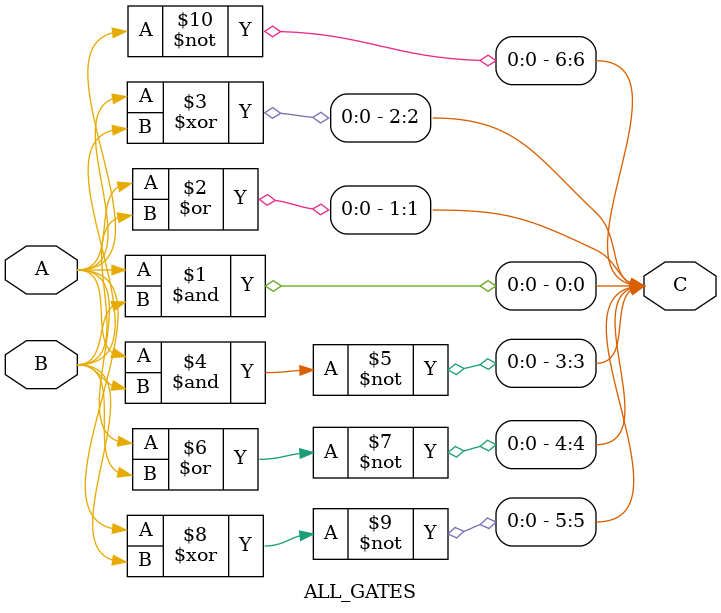
<source format=v>
`timescale 1ns / 1ps


module ALL_GATES(
    input A,
    input B,
    output [6:0]C
    );
    
    assign C[0] = A & B;
    assign C[1] = A | B;
    assign C[2] = A ^ B;
    assign C[3] = ~(A & B);
    assign C[4] = ~(A | B);
    assign C[5] = ~(A ^ B);
    assign C[6] = ~(A);
    
endmodule

</source>
